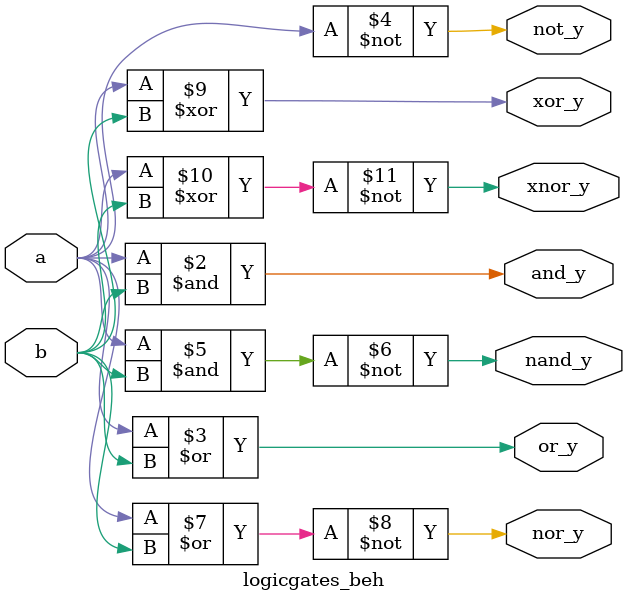
<source format=v>
module logicgates_beh(
input  a,
input  b,
output reg and_y,
output reg or_y,
output reg not_y,
output reg nand_y,
output reg nor_y,
output reg xor_y,
output reg xnor_y
);
always @(*) begin
and_y  = a & b;
or_y   = a | b;
not_y  = ~a;
nand_y = ~(a & b);
nor_y  = ~(a | b);
xor_y  = a ^ b;
xnor_y = ~(a ^ b);
end
endmodule



/*OUTPUT
meenakshi@meenakshi-Inspiron-3501:~/verilog/logicgates_beh$ vvp logicgates_beh.out
VCD info: dumpfile logicgates_beh.vcd opened for output.
$time=0|a=0|b=0|and_y=0|or_y=0|not_y=1|nand_y=1|nor_y=1|xor_y|xnor_y01
$time=10|a=0|b=1|and_y=0|or_y=1|not_y=1|nand_y=1|nor_y=0|xor_y|xnor_y10
$time=20|a=1|b=0|and_y=0|or_y=1|not_y=0|nand_y=1|nor_y=0|xor_y|xnor_y10
$time=30|a=1|b=1|and_y=1|or_y=1|not_y=0|nand_y=0|nor_y=0|xor_y|xnor_y01
$time=40|a=x|b=z|and_y=x|or_y=x|not_y=x|nand_y=x|nor_y=x|xor_y|xnor_yxx
logicgates_beh_tb.v:25: $finish called at 50 (1s)
*/

</source>
